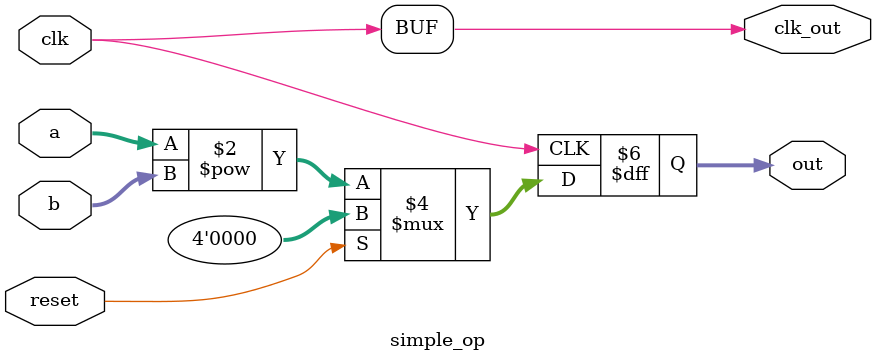
<source format=v>
module simple_op(
    clk,
    reset,
    a,
    b,    
    out,
    clk_out
    );

    input   clk;
    input   reset;
    input   [1:0] a,b;

    output  [3:0] out;
    output  clk_out;

    assign clk_out = clk;

    always @(posedge clk)
    begin
        case(reset)
            1'b0:       out <= a ** b;
            default:    out <= 1'b0;
        endcase
    end
endmodule
</source>
